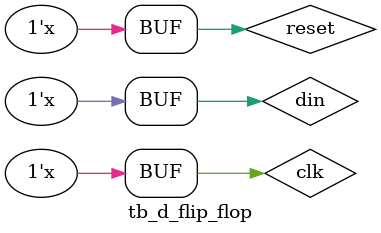
<source format=v>
`timescale 1ns / 1ps


module tb_d_flip_flop();
    reg reset;
    reg clk;
    reg din;
    wire dout;
    
    d_flip_flop D(
     .reset(reset),
     .clk(clk),
     .din(din),
     .dout(dout)
    );
    
    
    always #5 clk = ~ clk;
    always #10 reset = ~reset;
    always #15 din = ~din;
    
    initial begin
        din = 0;
        reset = 0;
        clk = 0;
    end
    
    initial begin
        $monitor("%t | clk : %b | reset : %b | din : %b | dout : %b ", $time, din, clk , reset, dout);
    end
endmodule

</source>
